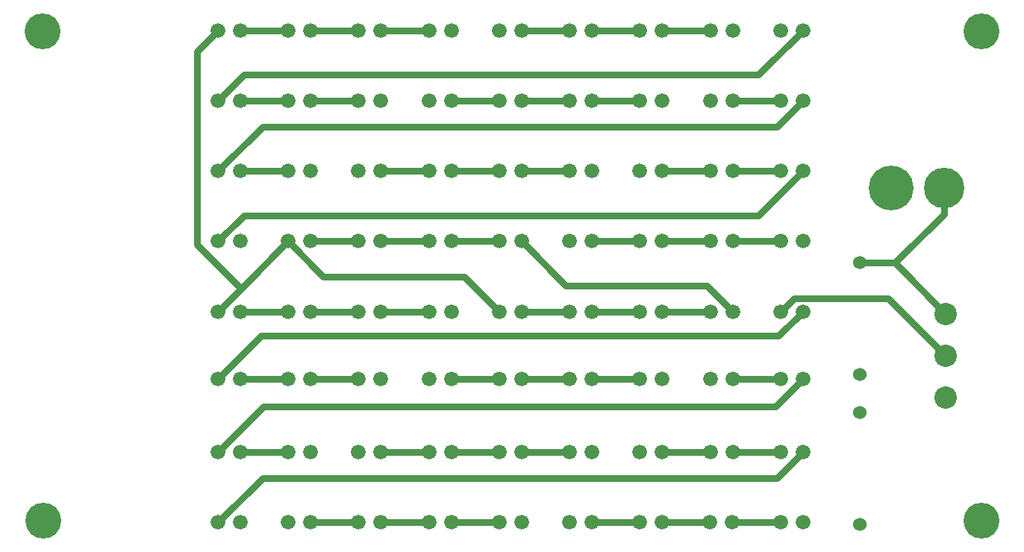
<source format=gtl>
G04 (created by PCBNEW-RS274X (2011-nov-30)-testing) date Thu 30 Aug 2012 11:44:27 AM PDT*
%MOIN*%
G04 Gerber Fmt 3.4, Leading zero omitted, Abs format*
%FSLAX34Y34*%
G01*
G70*
G90*
G04 APERTURE LIST*
%ADD10C,0.006*%
%ADD11C,0.06*%
%ADD12C,0.2*%
%ADD13C,0.1811*%
%ADD14C,0.16*%
%ADD15C,0.1*%
%ADD16C,0.066*%
%ADD17C,0.03*%
G04 APERTURE END LIST*
G54D10*
G54D11*
X62150Y-57600D03*
X62150Y-52600D03*
X62150Y-50900D03*
X62150Y-45900D03*
G54D12*
X63551Y-42545D03*
G54D13*
X65913Y-42545D03*
G54D14*
X25683Y-57437D03*
X67598Y-35544D03*
X67577Y-57437D03*
X25642Y-35544D03*
G54D15*
X66000Y-51915D03*
X66000Y-50045D03*
X66000Y-48175D03*
G54D16*
X33488Y-35515D03*
X34488Y-35515D03*
X42910Y-57500D03*
X43910Y-57500D03*
X46050Y-57500D03*
X47050Y-57500D03*
X49191Y-57500D03*
X50191Y-57500D03*
X52331Y-57500D03*
X53331Y-57500D03*
X55463Y-57500D03*
X56463Y-57500D03*
X58612Y-57500D03*
X59612Y-57500D03*
X36629Y-57500D03*
X37629Y-57500D03*
X39769Y-57500D03*
X40769Y-57500D03*
X39769Y-54360D03*
X40769Y-54360D03*
X42910Y-54360D03*
X43910Y-54360D03*
X46050Y-54360D03*
X47050Y-54360D03*
X49191Y-54360D03*
X50191Y-54360D03*
X52331Y-54360D03*
X53331Y-54360D03*
X55472Y-54360D03*
X56472Y-54360D03*
X58612Y-54360D03*
X59612Y-54360D03*
X36629Y-54360D03*
X37629Y-54360D03*
X39769Y-51101D03*
X40769Y-51101D03*
X42910Y-51101D03*
X43910Y-51101D03*
X46050Y-51101D03*
X47050Y-51101D03*
X49191Y-51101D03*
X50191Y-51101D03*
X52331Y-51101D03*
X53331Y-51101D03*
X55472Y-51101D03*
X56472Y-51101D03*
X58612Y-51101D03*
X59612Y-51101D03*
X36629Y-51101D03*
X37629Y-51101D03*
X36629Y-48079D03*
X37629Y-48079D03*
X39769Y-48079D03*
X40769Y-48079D03*
X46050Y-48079D03*
X47050Y-48079D03*
X42910Y-48079D03*
X43910Y-48079D03*
X49191Y-48079D03*
X50191Y-48079D03*
X52331Y-48079D03*
X53331Y-48079D03*
X55472Y-48079D03*
X56472Y-48079D03*
X58612Y-48079D03*
X59612Y-48079D03*
X33488Y-48079D03*
X34488Y-48079D03*
X33488Y-51101D03*
X34488Y-51101D03*
X33488Y-54360D03*
X34488Y-54360D03*
X33488Y-57500D03*
X34488Y-57500D03*
X58612Y-44938D03*
X59612Y-44938D03*
X36629Y-44938D03*
X37629Y-44938D03*
X39769Y-44938D03*
X40769Y-44938D03*
X42910Y-44938D03*
X43910Y-44938D03*
X46050Y-44938D03*
X47050Y-44938D03*
X49191Y-44938D03*
X50191Y-44938D03*
X52331Y-44938D03*
X53331Y-44938D03*
X55472Y-44938D03*
X56472Y-44938D03*
X33488Y-44938D03*
X34488Y-44938D03*
X55472Y-41797D03*
X56472Y-41797D03*
X58612Y-41797D03*
X59612Y-41797D03*
X36629Y-41797D03*
X37629Y-41797D03*
X39769Y-41797D03*
X40769Y-41797D03*
X42910Y-41797D03*
X43910Y-41797D03*
X46050Y-41797D03*
X47050Y-41797D03*
X49191Y-41797D03*
X50191Y-41797D03*
X52331Y-41797D03*
X53331Y-41797D03*
X58612Y-38656D03*
X59612Y-38656D03*
X55472Y-38656D03*
X56472Y-38656D03*
X52331Y-38656D03*
X53331Y-38656D03*
X49191Y-38656D03*
X50191Y-38656D03*
X46050Y-38656D03*
X47050Y-38656D03*
X42910Y-38656D03*
X43910Y-38656D03*
X39769Y-38656D03*
X40769Y-38656D03*
X36629Y-38656D03*
X37629Y-38656D03*
X33488Y-38656D03*
X34488Y-38656D03*
X58612Y-35515D03*
X59612Y-35515D03*
X55472Y-35515D03*
X56472Y-35515D03*
X52331Y-35515D03*
X53331Y-35515D03*
X49191Y-35515D03*
X50191Y-35515D03*
X46050Y-35515D03*
X47050Y-35515D03*
X42910Y-35515D03*
X43910Y-35515D03*
X39769Y-35515D03*
X40769Y-35515D03*
X36629Y-35515D03*
X37629Y-35515D03*
X33488Y-41797D03*
X34488Y-41797D03*
G54D17*
X65913Y-43712D02*
X65913Y-42545D01*
X63725Y-45900D02*
X65913Y-43712D01*
X66000Y-48175D02*
X63725Y-45900D01*
X63725Y-45900D02*
X62150Y-45900D01*
X36629Y-35515D02*
X34488Y-35515D01*
X53331Y-41797D02*
X55472Y-41797D01*
X34643Y-37501D02*
X33488Y-38656D01*
X57626Y-37501D02*
X34643Y-37501D01*
X59612Y-35515D02*
X57626Y-37501D01*
X34488Y-38656D02*
X36629Y-38656D01*
X37629Y-38656D02*
X39769Y-38656D01*
X50191Y-38656D02*
X52331Y-38656D01*
X47050Y-38656D02*
X49191Y-38656D01*
X43910Y-38656D02*
X46050Y-38656D01*
X47050Y-35515D02*
X49191Y-35515D01*
X50191Y-35515D02*
X52331Y-35515D01*
X53331Y-35515D02*
X55472Y-35515D01*
X40769Y-35515D02*
X42910Y-35515D01*
X37629Y-35515D02*
X39769Y-35515D01*
X55317Y-46924D02*
X56472Y-48079D01*
X49036Y-46924D02*
X55317Y-46924D01*
X47050Y-44938D02*
X49036Y-46924D01*
X44479Y-46508D02*
X46050Y-48079D01*
X38199Y-46508D02*
X44479Y-46508D01*
X36629Y-44938D02*
X38199Y-46508D01*
X32550Y-36453D02*
X33488Y-35515D01*
X32550Y-45105D02*
X32550Y-36453D01*
X34506Y-47061D02*
X32550Y-45105D01*
X36629Y-44938D02*
X34506Y-47061D01*
X34506Y-47061D02*
X33488Y-48079D01*
X63430Y-47475D02*
X66000Y-50045D01*
X59216Y-47475D02*
X63430Y-47475D01*
X58612Y-48079D02*
X59216Y-47475D01*
X52331Y-57500D02*
X50191Y-57500D01*
X52331Y-44938D02*
X50191Y-44938D01*
X55472Y-44938D02*
X53331Y-44938D01*
X56472Y-44938D02*
X58612Y-44938D01*
X42910Y-48079D02*
X40769Y-48079D01*
X39769Y-48079D02*
X37629Y-48079D01*
X34488Y-48079D02*
X36629Y-48079D01*
X58517Y-49174D02*
X59612Y-48079D01*
X35415Y-49174D02*
X58517Y-49174D01*
X33488Y-51101D02*
X35415Y-49174D01*
X34488Y-51101D02*
X36629Y-51101D01*
X37629Y-51101D02*
X39769Y-51101D01*
X55472Y-48079D02*
X53331Y-48079D01*
X52331Y-48079D02*
X50191Y-48079D01*
X49191Y-48079D02*
X47050Y-48079D01*
X46050Y-57500D02*
X43910Y-57500D01*
X40769Y-57500D02*
X42910Y-57500D01*
X39769Y-57500D02*
X37629Y-57500D01*
X58612Y-57500D02*
X56463Y-57500D01*
X55463Y-57500D02*
X53331Y-57500D01*
X46050Y-51101D02*
X43910Y-51101D01*
X56472Y-38656D02*
X58612Y-38656D01*
X58457Y-39811D02*
X59612Y-38656D01*
X35474Y-39811D02*
X58457Y-39811D01*
X33488Y-41797D02*
X35474Y-39811D01*
X34488Y-41797D02*
X36629Y-41797D01*
X49191Y-41797D02*
X47050Y-41797D01*
X46050Y-41797D02*
X43910Y-41797D01*
X42910Y-41797D02*
X40769Y-41797D01*
X39769Y-44938D02*
X37629Y-44938D01*
X42910Y-44938D02*
X40769Y-44938D01*
X46050Y-44938D02*
X43910Y-44938D01*
X34643Y-43783D02*
X33488Y-44938D01*
X57626Y-43783D02*
X34643Y-43783D01*
X59612Y-41797D02*
X57626Y-43783D01*
X58612Y-41797D02*
X56472Y-41797D01*
X42910Y-54360D02*
X40769Y-54360D01*
X46050Y-54360D02*
X43910Y-54360D01*
X49191Y-54360D02*
X47050Y-54360D01*
X58458Y-55514D02*
X59612Y-54360D01*
X35474Y-55514D02*
X58458Y-55514D01*
X33488Y-57500D02*
X35474Y-55514D01*
X58612Y-54360D02*
X56472Y-54360D01*
X55472Y-54360D02*
X53331Y-54360D01*
X58612Y-51101D02*
X56472Y-51101D01*
X58398Y-52315D02*
X59612Y-51101D01*
X35533Y-52315D02*
X58398Y-52315D01*
X33488Y-54360D02*
X35533Y-52315D01*
X34488Y-54360D02*
X36629Y-54360D01*
X52331Y-51101D02*
X50191Y-51101D01*
X49191Y-51101D02*
X47050Y-51101D01*
M02*

</source>
